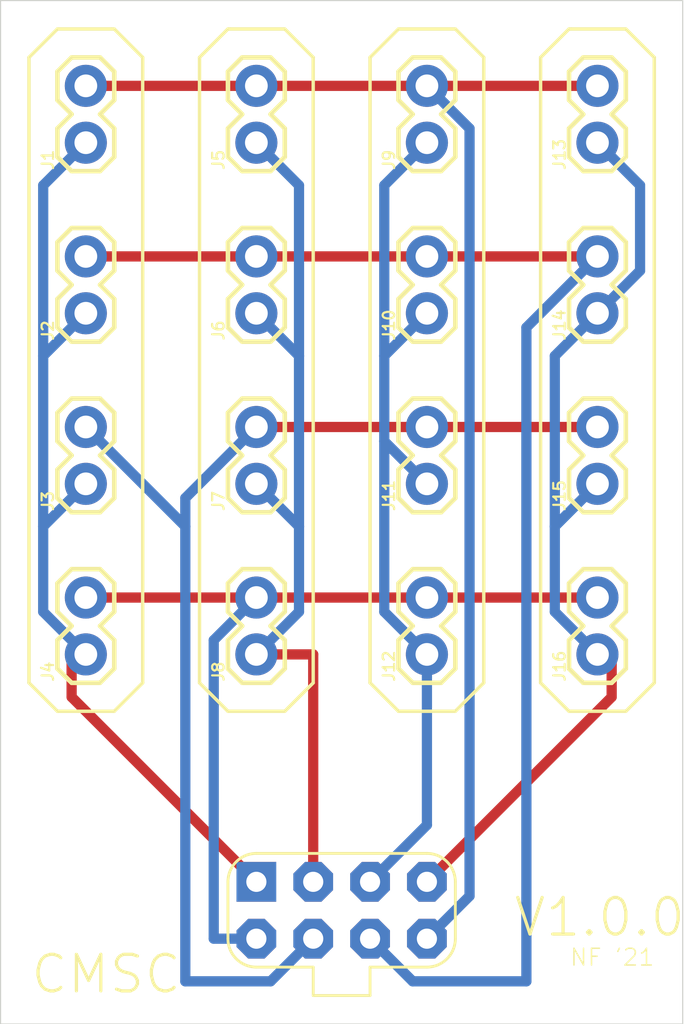
<source format=kicad_pcb>
(kicad_pcb (version 20240108) (generator "pcbnew") (generator_version "8.0")
  (layers (0 "F.Cu" signal) (31 "B.Cu" signal) (34 "B.Paste" user) (35 "F.Paste" user) (36 "B.SilkS" user "B.Silkscreen") (37 "F.SilkS" user "F.Silkscreen") (38 "B.Mask" user) (39 "F.Mask" user) (44 "Edge.Cuts" user))
  (net 0 "")
  (net 1 "N$1")
  (net 2 "N$2")
  (net 3 "N$3")
  (net 4 "N$4")
  (net 5 "PA")
  (net 6 "PB")
  (net 7 "PC")
  (net 8 "PD")
  (footprint "1X02" (layer "F.Cu") (at 137.0711 96.1136 90)
    (property "Reference" "J2" (at -1.27 -1.397 90) (layer "F.SilkS") (effects (font (size 0.512064 0.512064) (thickness 0.097536)) (justify left bottom)))
    (property "Value" "")
    (fp_line (start 3.175 -1.27) (end 3.81 -0.635) (stroke (width 0.2032)) (layer "F.SilkS"))
    (fp_line (start 1.905 -1.27) (end 3.175 -1.27) (stroke (width 0.2032)) (layer "F.SilkS"))
    (fp_line (start 0.635 -1.27) (end 1.27 -0.635) (stroke (width 0.2032)) (layer "F.SilkS"))
    (fp_line (start -0.635 -1.27) (end 0.635 -1.27) (stroke (width 0.2032)) (layer "F.SilkS"))
    (fp_line (start -0.635 -1.27) (end -1.27 -0.635) (stroke (width 0.2032)) (layer "F.SilkS"))
    (fp_line (start 3.81 -0.635) (end 3.81 0.635) (stroke (width 0.2032)) (layer "F.SilkS"))
    (fp_line (start 1.27 -0.635) (end 1.905 -1.27) (stroke (width 0.2032)) (layer "F.SilkS"))
    (fp_line (start -1.27 -0.635) (end -1.27 0.635) (stroke (width 0.2032)) (layer "F.SilkS"))
    (fp_line (start 3.81 0.635) (end 3.175 1.27) (stroke (width 0.2032)) (layer "F.SilkS"))
    (fp_line (start 1.27 0.635) (end 0.635 1.27) (stroke (width 0.2032)) (layer "F.SilkS"))
    (fp_line (start -1.27 0.635) (end -0.635 1.27) (stroke (width 0.2032)) (layer "F.SilkS"))
    (fp_line (start 3.175 1.27) (end 1.905 1.27) (stroke (width 0.2032)) (layer "F.SilkS"))
    (fp_line (start 1.905 1.27) (end 1.27 0.635) (stroke (width 0.2032)) (layer "F.SilkS"))
    (fp_line (start 0.635 1.27) (end -0.635 1.27) (stroke (width 0.2032)) (layer "F.SilkS"))
    (pad "1" thru_hole circle (at 0 0 180) (size 1.8796 1.8796) (drill 1.016) (layers "*.Cu" "*.Mask") (net 1 "N$1"))
    (pad "2" thru_hole circle (at 2.54 0 180) (size 1.8796 1.8796) (drill 1.016) (layers "*.Cu" "*.Mask") (net 7 "PC"))
  )
  (footprint "1X02" (layer "F.Cu") (at 152.3111 111.3536 90)
    (property "Reference" "J12" (at -1.27 -1.397 90) (layer "F.SilkS") (effects (font (size 0.512064 0.512064) (thickness 0.097536)) (justify left bottom)))
    (property "Value" "")
    (fp_line (start 3.175 -1.27) (end 3.81 -0.635) (stroke (width 0.2032)) (layer "F.SilkS"))
    (fp_line (start 1.905 -1.27) (end 3.175 -1.27) (stroke (width 0.2032)) (layer "F.SilkS"))
    (fp_line (start 0.635 -1.27) (end 1.27 -0.635) (stroke (width 0.2032)) (layer "F.SilkS"))
    (fp_line (start -0.635 -1.27) (end 0.635 -1.27) (stroke (width 0.2032)) (layer "F.SilkS"))
    (fp_line (start -0.635 -1.27) (end -1.27 -0.635) (stroke (width 0.2032)) (layer "F.SilkS"))
    (fp_line (start 3.81 -0.635) (end 3.81 0.635) (stroke (width 0.2032)) (layer "F.SilkS"))
    (fp_line (start 1.27 -0.635) (end 1.905 -1.27) (stroke (width 0.2032)) (layer "F.SilkS"))
    (fp_line (start -1.27 -0.635) (end -1.27 0.635) (stroke (width 0.2032)) (layer "F.SilkS"))
    (fp_line (start 3.81 0.635) (end 3.175 1.27) (stroke (width 0.2032)) (layer "F.SilkS"))
    (fp_line (start 1.27 0.635) (end 0.635 1.27) (stroke (width 0.2032)) (layer "F.SilkS"))
    (fp_line (start -1.27 0.635) (end -0.635 1.27) (stroke (width 0.2032)) (layer "F.SilkS"))
    (fp_line (start 3.175 1.27) (end 1.905 1.27) (stroke (width 0.2032)) (layer "F.SilkS"))
    (fp_line (start 1.905 1.27) (end 1.27 0.635) (stroke (width 0.2032)) (layer "F.SilkS"))
    (fp_line (start 0.635 1.27) (end -0.635 1.27) (stroke (width 0.2032)) (layer "F.SilkS"))
    (pad "1" thru_hole circle (at 0 0 180) (size 1.8796 1.8796) (drill 1.016) (layers "*.Cu" "*.Mask") (net 3 "N$3"))
    (pad "2" thru_hole circle (at 2.54 0 180) (size 1.8796 1.8796) (drill 1.016) (layers "*.Cu" "*.Mask") (net 5 "PA"))
  )
  (footprint "1X02" (layer "F.Cu") (at 144.6911 111.3536 90)
    (property "Reference" "J8" (at -1.27 -1.397 90) (layer "F.SilkS") (effects (font (size 0.512064 0.512064) (thickness 0.097536)) (justify left bottom)))
    (property "Value" "")
    (fp_line (start 3.175 -1.27) (end 3.81 -0.635) (stroke (width 0.2032)) (layer "F.SilkS"))
    (fp_line (start 1.905 -1.27) (end 3.175 -1.27) (stroke (width 0.2032)) (layer "F.SilkS"))
    (fp_line (start 0.635 -1.27) (end 1.27 -0.635) (stroke (width 0.2032)) (layer "F.SilkS"))
    (fp_line (start -0.635 -1.27) (end 0.635 -1.27) (stroke (width 0.2032)) (layer "F.SilkS"))
    (fp_line (start -0.635 -1.27) (end -1.27 -0.635) (stroke (width 0.2032)) (layer "F.SilkS"))
    (fp_line (start 3.81 -0.635) (end 3.81 0.635) (stroke (width 0.2032)) (layer "F.SilkS"))
    (fp_line (start 1.27 -0.635) (end 1.905 -1.27) (stroke (width 0.2032)) (layer "F.SilkS"))
    (fp_line (start -1.27 -0.635) (end -1.27 0.635) (stroke (width 0.2032)) (layer "F.SilkS"))
    (fp_line (start 3.81 0.635) (end 3.175 1.27) (stroke (width 0.2032)) (layer "F.SilkS"))
    (fp_line (start 1.27 0.635) (end 0.635 1.27) (stroke (width 0.2032)) (layer "F.SilkS"))
    (fp_line (start -1.27 0.635) (end -0.635 1.27) (stroke (width 0.2032)) (layer "F.SilkS"))
    (fp_line (start 3.175 1.27) (end 1.905 1.27) (stroke (width 0.2032)) (layer "F.SilkS"))
    (fp_line (start 1.905 1.27) (end 1.27 0.635) (stroke (width 0.2032)) (layer "F.SilkS"))
    (fp_line (start 0.635 1.27) (end -0.635 1.27) (stroke (width 0.2032)) (layer "F.SilkS"))
    (pad "1" thru_hole circle (at 0 0 180) (size 1.8796 1.8796) (drill 1.016) (layers "*.Cu" "*.Mask") (net 2 "N$2"))
    (pad "2" thru_hole circle (at 2.54 0 180) (size 1.8796 1.8796) (drill 1.016) (layers "*.Cu" "*.Mask") (net 5 "PA"))
  )
  (footprint "1X02" (layer "F.Cu") (at 152.3111 96.1136 90)
    (property "Reference" "J10" (at -1.27 -1.397 90) (layer "F.SilkS") (effects (font (size 0.512064 0.512064) (thickness 0.097536)) (justify left bottom)))
    (property "Value" "")
    (fp_line (start 3.175 -1.27) (end 3.81 -0.635) (stroke (width 0.2032)) (layer "F.SilkS"))
    (fp_line (start 1.905 -1.27) (end 3.175 -1.27) (stroke (width 0.2032)) (layer "F.SilkS"))
    (fp_line (start 0.635 -1.27) (end 1.27 -0.635) (stroke (width 0.2032)) (layer "F.SilkS"))
    (fp_line (start -0.635 -1.27) (end 0.635 -1.27) (stroke (width 0.2032)) (layer "F.SilkS"))
    (fp_line (start -0.635 -1.27) (end -1.27 -0.635) (stroke (width 0.2032)) (layer "F.SilkS"))
    (fp_line (start 3.81 -0.635) (end 3.81 0.635) (stroke (width 0.2032)) (layer "F.SilkS"))
    (fp_line (start 1.27 -0.635) (end 1.905 -1.27) (stroke (width 0.2032)) (layer "F.SilkS"))
    (fp_line (start -1.27 -0.635) (end -1.27 0.635) (stroke (width 0.2032)) (layer "F.SilkS"))
    (fp_line (start 3.81 0.635) (end 3.175 1.27) (stroke (width 0.2032)) (layer "F.SilkS"))
    (fp_line (start 1.27 0.635) (end 0.635 1.27) (stroke (width 0.2032)) (layer "F.SilkS"))
    (fp_line (start -1.27 0.635) (end -0.635 1.27) (stroke (width 0.2032)) (layer "F.SilkS"))
    (fp_line (start 3.175 1.27) (end 1.905 1.27) (stroke (width 0.2032)) (layer "F.SilkS"))
    (fp_line (start 1.905 1.27) (end 1.27 0.635) (stroke (width 0.2032)) (layer "F.SilkS"))
    (fp_line (start 0.635 1.27) (end -0.635 1.27) (stroke (width 0.2032)) (layer "F.SilkS"))
    (pad "1" thru_hole circle (at 0 0 180) (size 1.8796 1.8796) (drill 1.016) (layers "*.Cu" "*.Mask") (net 3 "N$3"))
    (pad "2" thru_hole circle (at 2.54 0 180) (size 1.8796 1.8796) (drill 1.016) (layers "*.Cu" "*.Mask") (net 7 "PC"))
  )
  (footprint "1X02" (layer "F.Cu") (at 137.0711 88.4936 90)
    (property "Reference" "J1" (at -1.27 -1.397 90) (layer "F.SilkS") (effects (font (size 0.512064 0.512064) (thickness 0.097536)) (justify left bottom)))
    (property "Value" "")
    (fp_line (start 3.175 -1.27) (end 3.81 -0.635) (stroke (width 0.2032)) (layer "F.SilkS"))
    (fp_line (start 1.905 -1.27) (end 3.175 -1.27) (stroke (width 0.2032)) (layer "F.SilkS"))
    (fp_line (start 0.635 -1.27) (end 1.27 -0.635) (stroke (width 0.2032)) (layer "F.SilkS"))
    (fp_line (start -0.635 -1.27) (end 0.635 -1.27) (stroke (width 0.2032)) (layer "F.SilkS"))
    (fp_line (start -0.635 -1.27) (end -1.27 -0.635) (stroke (width 0.2032)) (layer "F.SilkS"))
    (fp_line (start 3.81 -0.635) (end 3.81 0.635) (stroke (width 0.2032)) (layer "F.SilkS"))
    (fp_line (start 1.27 -0.635) (end 1.905 -1.27) (stroke (width 0.2032)) (layer "F.SilkS"))
    (fp_line (start -1.27 -0.635) (end -1.27 0.635) (stroke (width 0.2032)) (layer "F.SilkS"))
    (fp_line (start 3.81 0.635) (end 3.175 1.27) (stroke (width 0.2032)) (layer "F.SilkS"))
    (fp_line (start 1.27 0.635) (end 0.635 1.27) (stroke (width 0.2032)) (layer "F.SilkS"))
    (fp_line (start -1.27 0.635) (end -0.635 1.27) (stroke (width 0.2032)) (layer "F.SilkS"))
    (fp_line (start 3.175 1.27) (end 1.905 1.27) (stroke (width 0.2032)) (layer "F.SilkS"))
    (fp_line (start 1.905 1.27) (end 1.27 0.635) (stroke (width 0.2032)) (layer "F.SilkS"))
    (fp_line (start 0.635 1.27) (end -0.635 1.27) (stroke (width 0.2032)) (layer "F.SilkS"))
    (pad "1" thru_hole circle (at 0 0 180) (size 1.8796 1.8796) (drill 1.016) (layers "*.Cu" "*.Mask") (net 1 "N$1"))
    (pad "2" thru_hole circle (at 2.54 0 180) (size 1.8796 1.8796) (drill 1.016) (layers "*.Cu" "*.Mask") (net 8 "PD"))
  )
  (footprint "1X02" (layer "F.Cu") (at 144.6911 103.7336 90)
    (property "Reference" "J7" (at -1.27 -1.397 90) (layer "F.SilkS") (effects (font (size 0.512064 0.512064) (thickness 0.097536)) (justify left bottom)))
    (property "Value" "")
    (fp_line (start 3.175 -1.27) (end 3.81 -0.635) (stroke (width 0.2032)) (layer "F.SilkS"))
    (fp_line (start 1.905 -1.27) (end 3.175 -1.27) (stroke (width 0.2032)) (layer "F.SilkS"))
    (fp_line (start 0.635 -1.27) (end 1.27 -0.635) (stroke (width 0.2032)) (layer "F.SilkS"))
    (fp_line (start -0.635 -1.27) (end 0.635 -1.27) (stroke (width 0.2032)) (layer "F.SilkS"))
    (fp_line (start -0.635 -1.27) (end -1.27 -0.635) (stroke (width 0.2032)) (layer "F.SilkS"))
    (fp_line (start 3.81 -0.635) (end 3.81 0.635) (stroke (width 0.2032)) (layer "F.SilkS"))
    (fp_line (start 1.27 -0.635) (end 1.905 -1.27) (stroke (width 0.2032)) (layer "F.SilkS"))
    (fp_line (start -1.27 -0.635) (end -1.27 0.635) (stroke (width 0.2032)) (layer "F.SilkS"))
    (fp_line (start 3.81 0.635) (end 3.175 1.27) (stroke (width 0.2032)) (layer "F.SilkS"))
    (fp_line (start 1.27 0.635) (end 0.635 1.27) (stroke (width 0.2032)) (layer "F.SilkS"))
    (fp_line (start -1.27 0.635) (end -0.635 1.27) (stroke (width 0.2032)) (layer "F.SilkS"))
    (fp_line (start 3.175 1.27) (end 1.905 1.27) (stroke (width 0.2032)) (layer "F.SilkS"))
    (fp_line (start 1.905 1.27) (end 1.27 0.635) (stroke (width 0.2032)) (layer "F.SilkS"))
    (fp_line (start 0.635 1.27) (end -0.635 1.27) (stroke (width 0.2032)) (layer "F.SilkS"))
    (pad "1" thru_hole circle (at 0 0 180) (size 1.8796 1.8796) (drill 1.016) (layers "*.Cu" "*.Mask") (net 2 "N$2"))
    (pad "2" thru_hole circle (at 2.54 0 180) (size 1.8796 1.8796) (drill 1.016) (layers "*.Cu" "*.Mask") (net 6 "PB"))
  )
  (footprint "1X02" (layer "F.Cu") (at 159.9311 111.3536 90)
    (property "Reference" "J16" (at -1.27 -1.397 90) (layer "F.SilkS") (effects (font (size 0.512064 0.512064) (thickness 0.097536)) (justify left bottom)))
    (property "Value" "")
    (fp_line (start 3.175 -1.27) (end 3.81 -0.635) (stroke (width 0.2032)) (layer "F.SilkS"))
    (fp_line (start 1.905 -1.27) (end 3.175 -1.27) (stroke (width 0.2032)) (layer "F.SilkS"))
    (fp_line (start 0.635 -1.27) (end 1.27 -0.635) (stroke (width 0.2032)) (layer "F.SilkS"))
    (fp_line (start -0.635 -1.27) (end 0.635 -1.27) (stroke (width 0.2032)) (layer "F.SilkS"))
    (fp_line (start -0.635 -1.27) (end -1.27 -0.635) (stroke (width 0.2032)) (layer "F.SilkS"))
    (fp_line (start 3.81 -0.635) (end 3.81 0.635) (stroke (width 0.2032)) (layer "F.SilkS"))
    (fp_line (start 1.27 -0.635) (end 1.905 -1.27) (stroke (width 0.2032)) (layer "F.SilkS"))
    (fp_line (start -1.27 -0.635) (end -1.27 0.635) (stroke (width 0.2032)) (layer "F.SilkS"))
    (fp_line (start 3.81 0.635) (end 3.175 1.27) (stroke (width 0.2032)) (layer "F.SilkS"))
    (fp_line (start 1.27 0.635) (end 0.635 1.27) (stroke (width 0.2032)) (layer "F.SilkS"))
    (fp_line (start -1.27 0.635) (end -0.635 1.27) (stroke (width 0.2032)) (layer "F.SilkS"))
    (fp_line (start 3.175 1.27) (end 1.905 1.27) (stroke (width 0.2032)) (layer "F.SilkS"))
    (fp_line (start 1.905 1.27) (end 1.27 0.635) (stroke (width 0.2032)) (layer "F.SilkS"))
    (fp_line (start 0.635 1.27) (end -0.635 1.27) (stroke (width 0.2032)) (layer "F.SilkS"))
    (pad "1" thru_hole circle (at 0 0 180) (size 1.8796 1.8796) (drill 1.016) (layers "*.Cu" "*.Mask") (net 4 "N$4"))
    (pad "2" thru_hole circle (at 2.54 0 180) (size 1.8796 1.8796) (drill 1.016) (layers "*.Cu" "*.Mask") (net 5 "PA"))
  )
  (footprint "1X02" (layer "F.Cu") (at 159.9311 88.4936 90)
    (property "Reference" "J13" (at -1.27 -1.397 90) (layer "F.SilkS") (effects (font (size 0.512064 0.512064) (thickness 0.097536)) (justify left bottom)))
    (property "Value" "")
    (fp_line (start 3.175 -1.27) (end 3.81 -0.635) (stroke (width 0.2032)) (layer "F.SilkS"))
    (fp_line (start 1.905 -1.27) (end 3.175 -1.27) (stroke (width 0.2032)) (layer "F.SilkS"))
    (fp_line (start 0.635 -1.27) (end 1.27 -0.635) (stroke (width 0.2032)) (layer "F.SilkS"))
    (fp_line (start -0.635 -1.27) (end 0.635 -1.27) (stroke (width 0.2032)) (layer "F.SilkS"))
    (fp_line (start -0.635 -1.27) (end -1.27 -0.635) (stroke (width 0.2032)) (layer "F.SilkS"))
    (fp_line (start 3.81 -0.635) (end 3.81 0.635) (stroke (width 0.2032)) (layer "F.SilkS"))
    (fp_line (start 1.27 -0.635) (end 1.905 -1.27) (stroke (width 0.2032)) (layer "F.SilkS"))
    (fp_line (start -1.27 -0.635) (end -1.27 0.635) (stroke (width 0.2032)) (layer "F.SilkS"))
    (fp_line (start 3.81 0.635) (end 3.175 1.27) (stroke (width 0.2032)) (layer "F.SilkS"))
    (fp_line (start 1.27 0.635) (end 0.635 1.27) (stroke (width 0.2032)) (layer "F.SilkS"))
    (fp_line (start -1.27 0.635) (end -0.635 1.27) (stroke (width 0.2032)) (layer "F.SilkS"))
    (fp_line (start 3.175 1.27) (end 1.905 1.27) (stroke (width 0.2032)) (layer "F.SilkS"))
    (fp_line (start 1.905 1.27) (end 1.27 0.635) (stroke (width 0.2032)) (layer "F.SilkS"))
    (fp_line (start 0.635 1.27) (end -0.635 1.27) (stroke (width 0.2032)) (layer "F.SilkS"))
    (pad "1" thru_hole circle (at 0 0 180) (size 1.8796 1.8796) (drill 1.016) (layers "*.Cu" "*.Mask") (net 4 "N$4"))
    (pad "2" thru_hole circle (at 2.54 0 180) (size 1.8796 1.8796) (drill 1.016) (layers "*.Cu" "*.Mask") (net 8 "PD"))
  )
  (footprint "1X02" (layer "F.Cu") (at 144.6911 88.4936 90)
    (property "Reference" "J5" (at -1.27 -1.397 90) (layer "F.SilkS") (effects (font (size 0.512064 0.512064) (thickness 0.097536)) (justify left bottom)))
    (property "Value" "")
    (fp_line (start 3.175 -1.27) (end 3.81 -0.635) (stroke (width 0.2032)) (layer "F.SilkS"))
    (fp_line (start 1.905 -1.27) (end 3.175 -1.27) (stroke (width 0.2032)) (layer "F.SilkS"))
    (fp_line (start 0.635 -1.27) (end 1.27 -0.635) (stroke (width 0.2032)) (layer "F.SilkS"))
    (fp_line (start -0.635 -1.27) (end 0.635 -1.27) (stroke (width 0.2032)) (layer "F.SilkS"))
    (fp_line (start -0.635 -1.27) (end -1.27 -0.635) (stroke (width 0.2032)) (layer "F.SilkS"))
    (fp_line (start 3.81 -0.635) (end 3.81 0.635) (stroke (width 0.2032)) (layer "F.SilkS"))
    (fp_line (start 1.27 -0.635) (end 1.905 -1.27) (stroke (width 0.2032)) (layer "F.SilkS"))
    (fp_line (start -1.27 -0.635) (end -1.27 0.635) (stroke (width 0.2032)) (layer "F.SilkS"))
    (fp_line (start 3.81 0.635) (end 3.175 1.27) (stroke (width 0.2032)) (layer "F.SilkS"))
    (fp_line (start 1.27 0.635) (end 0.635 1.27) (stroke (width 0.2032)) (layer "F.SilkS"))
    (fp_line (start -1.27 0.635) (end -0.635 1.27) (stroke (width 0.2032)) (layer "F.SilkS"))
    (fp_line (start 3.175 1.27) (end 1.905 1.27) (stroke (width 0.2032)) (layer "F.SilkS"))
    (fp_line (start 1.905 1.27) (end 1.27 0.635) (stroke (width 0.2032)) (layer "F.SilkS"))
    (fp_line (start 0.635 1.27) (end -0.635 1.27) (stroke (width 0.2032)) (layer "F.SilkS"))
    (pad "1" thru_hole circle (at 0 0 180) (size 1.8796 1.8796) (drill 1.016) (layers "*.Cu" "*.Mask") (net 2 "N$2"))
    (pad "2" thru_hole circle (at 2.54 0 180) (size 1.8796 1.8796) (drill 1.016) (layers "*.Cu" "*.Mask") (net 8 "PD"))
  )
  (footprint "1X02" (layer "F.Cu") (at 152.3111 88.4936 90)
    (property "Reference" "J9" (at -1.27 -1.397 90) (layer "F.SilkS") (effects (font (size 0.512064 0.512064) (thickness 0.097536)) (justify left bottom)))
    (property "Value" "")
    (fp_line (start 3.175 -1.27) (end 3.81 -0.635) (stroke (width 0.2032)) (layer "F.SilkS"))
    (fp_line (start 1.905 -1.27) (end 3.175 -1.27) (stroke (width 0.2032)) (layer "F.SilkS"))
    (fp_line (start 0.635 -1.27) (end 1.27 -0.635) (stroke (width 0.2032)) (layer "F.SilkS"))
    (fp_line (start -0.635 -1.27) (end 0.635 -1.27) (stroke (width 0.2032)) (layer "F.SilkS"))
    (fp_line (start -0.635 -1.27) (end -1.27 -0.635) (stroke (width 0.2032)) (layer "F.SilkS"))
    (fp_line (start 3.81 -0.635) (end 3.81 0.635) (stroke (width 0.2032)) (layer "F.SilkS"))
    (fp_line (start 1.27 -0.635) (end 1.905 -1.27) (stroke (width 0.2032)) (layer "F.SilkS"))
    (fp_line (start -1.27 -0.635) (end -1.27 0.635) (stroke (width 0.2032)) (layer "F.SilkS"))
    (fp_line (start 3.81 0.635) (end 3.175 1.27) (stroke (width 0.2032)) (layer "F.SilkS"))
    (fp_line (start 1.27 0.635) (end 0.635 1.27) (stroke (width 0.2032)) (layer "F.SilkS"))
    (fp_line (start -1.27 0.635) (end -0.635 1.27) (stroke (width 0.2032)) (layer "F.SilkS"))
    (fp_line (start 3.175 1.27) (end 1.905 1.27) (stroke (width 0.2032)) (layer "F.SilkS"))
    (fp_line (start 1.905 1.27) (end 1.27 0.635) (stroke (width 0.2032)) (layer "F.SilkS"))
    (fp_line (start 0.635 1.27) (end -0.635 1.27) (stroke (width 0.2032)) (layer "F.SilkS"))
    (pad "1" thru_hole circle (at 0 0 180) (size 1.8796 1.8796) (drill 1.016) (layers "*.Cu" "*.Mask") (net 3 "N$3"))
    (pad "2" thru_hole circle (at 2.54 0 180) (size 1.8796 1.8796) (drill 1.016) (layers "*.Cu" "*.Mask") (net 8 "PD"))
  )
  (footprint "1X02" (layer "F.Cu") (at 159.9311 103.7336 90)
    (property "Reference" "J15" (at -1.27 -1.397 90) (layer "F.SilkS") (effects (font (size 0.512064 0.512064) (thickness 0.097536)) (justify left bottom)))
    (property "Value" "")
    (fp_line (start 3.175 -1.27) (end 3.81 -0.635) (stroke (width 0.2032)) (layer "F.SilkS"))
    (fp_line (start 1.905 -1.27) (end 3.175 -1.27) (stroke (width 0.2032)) (layer "F.SilkS"))
    (fp_line (start 0.635 -1.27) (end 1.27 -0.635) (stroke (width 0.2032)) (layer "F.SilkS"))
    (fp_line (start -0.635 -1.27) (end 0.635 -1.27) (stroke (width 0.2032)) (layer "F.SilkS"))
    (fp_line (start -0.635 -1.27) (end -1.27 -0.635) (stroke (width 0.2032)) (layer "F.SilkS"))
    (fp_line (start 3.81 -0.635) (end 3.81 0.635) (stroke (width 0.2032)) (layer "F.SilkS"))
    (fp_line (start 1.27 -0.635) (end 1.905 -1.27) (stroke (width 0.2032)) (layer "F.SilkS"))
    (fp_line (start -1.27 -0.635) (end -1.27 0.635) (stroke (width 0.2032)) (layer "F.SilkS"))
    (fp_line (start 3.81 0.635) (end 3.175 1.27) (stroke (width 0.2032)) (layer "F.SilkS"))
    (fp_line (start 1.27 0.635) (end 0.635 1.27) (stroke (width 0.2032)) (layer "F.SilkS"))
    (fp_line (start -1.27 0.635) (end -0.635 1.27) (stroke (width 0.2032)) (layer "F.SilkS"))
    (fp_line (start 3.175 1.27) (end 1.905 1.27) (stroke (width 0.2032)) (layer "F.SilkS"))
    (fp_line (start 1.905 1.27) (end 1.27 0.635) (stroke (width 0.2032)) (layer "F.SilkS"))
    (fp_line (start 0.635 1.27) (end -0.635 1.27) (stroke (width 0.2032)) (layer "F.SilkS"))
    (pad "1" thru_hole circle (at 0 0 180) (size 1.8796 1.8796) (drill 1.016) (layers "*.Cu" "*.Mask") (net 4 "N$4"))
    (pad "2" thru_hole circle (at 2.54 0 180) (size 1.8796 1.8796) (drill 1.016) (layers "*.Cu" "*.Mask") (net 6 "PB"))
  )
  (footprint "1X02" (layer "F.Cu") (at 137.0711 103.7336 90)
    (property "Reference" "J3" (at -1.27 -1.397 90) (layer "F.SilkS") (effects (font (size 0.512064 0.512064) (thickness 0.097536)) (justify left bottom)))
    (property "Value" "")
    (fp_line (start 3.175 -1.27) (end 3.81 -0.635) (stroke (width 0.2032)) (layer "F.SilkS"))
    (fp_line (start 1.905 -1.27) (end 3.175 -1.27) (stroke (width 0.2032)) (layer "F.SilkS"))
    (fp_line (start 0.635 -1.27) (end 1.27 -0.635) (stroke (width 0.2032)) (layer "F.SilkS"))
    (fp_line (start -0.635 -1.27) (end 0.635 -1.27) (stroke (width 0.2032)) (layer "F.SilkS"))
    (fp_line (start -0.635 -1.27) (end -1.27 -0.635) (stroke (width 0.2032)) (layer "F.SilkS"))
    (fp_line (start 3.81 -0.635) (end 3.81 0.635) (stroke (width 0.2032)) (layer "F.SilkS"))
    (fp_line (start 1.27 -0.635) (end 1.905 -1.27) (stroke (width 0.2032)) (layer "F.SilkS"))
    (fp_line (start -1.27 -0.635) (end -1.27 0.635) (stroke (width 0.2032)) (layer "F.SilkS"))
    (fp_line (start 3.81 0.635) (end 3.175 1.27) (stroke (width 0.2032)) (layer "F.SilkS"))
    (fp_line (start 1.27 0.635) (end 0.635 1.27) (stroke (width 0.2032)) (layer "F.SilkS"))
    (fp_line (start -1.27 0.635) (end -0.635 1.27) (stroke (width 0.2032)) (layer "F.SilkS"))
    (fp_line (start 3.175 1.27) (end 1.905 1.27) (stroke (width 0.2032)) (layer "F.SilkS"))
    (fp_line (start 1.905 1.27) (end 1.27 0.635) (stroke (width 0.2032)) (layer "F.SilkS"))
    (fp_line (start 0.635 1.27) (end -0.635 1.27) (stroke (width 0.2032)) (layer "F.SilkS"))
    (pad "1" thru_hole circle (at 0 0 180) (size 1.8796 1.8796) (drill 1.016) (layers "*.Cu" "*.Mask") (net 1 "N$1"))
    (pad "2" thru_hole circle (at 2.54 0 180) (size 1.8796 1.8796) (drill 1.016) (layers "*.Cu" "*.Mask") (net 6 "PB"))
  )
  (footprint "1X02" (layer "F.Cu") (at 159.9311 96.1136 90)
    (property "Reference" "J14" (at -1.27 -1.397 90) (layer "F.SilkS") (effects (font (size 0.512064 0.512064) (thickness 0.097536)) (justify left bottom)))
    (property "Value" "")
    (fp_line (start 3.175 -1.27) (end 3.81 -0.635) (stroke (width 0.2032)) (layer "F.SilkS"))
    (fp_line (start 1.905 -1.27) (end 3.175 -1.27) (stroke (width 0.2032)) (layer "F.SilkS"))
    (fp_line (start 0.635 -1.27) (end 1.27 -0.635) (stroke (width 0.2032)) (layer "F.SilkS"))
    (fp_line (start -0.635 -1.27) (end 0.635 -1.27) (stroke (width 0.2032)) (layer "F.SilkS"))
    (fp_line (start -0.635 -1.27) (end -1.27 -0.635) (stroke (width 0.2032)) (layer "F.SilkS"))
    (fp_line (start 3.81 -0.635) (end 3.81 0.635) (stroke (width 0.2032)) (layer "F.SilkS"))
    (fp_line (start 1.27 -0.635) (end 1.905 -1.27) (stroke (width 0.2032)) (layer "F.SilkS"))
    (fp_line (start -1.27 -0.635) (end -1.27 0.635) (stroke (width 0.2032)) (layer "F.SilkS"))
    (fp_line (start 3.81 0.635) (end 3.175 1.27) (stroke (width 0.2032)) (layer "F.SilkS"))
    (fp_line (start 1.27 0.635) (end 0.635 1.27) (stroke (width 0.2032)) (layer "F.SilkS"))
    (fp_line (start -1.27 0.635) (end -0.635 1.27) (stroke (width 0.2032)) (layer "F.SilkS"))
    (fp_line (start 3.175 1.27) (end 1.905 1.27) (stroke (width 0.2032)) (layer "F.SilkS"))
    (fp_line (start 1.905 1.27) (end 1.27 0.635) (stroke (width 0.2032)) (layer "F.SilkS"))
    (fp_line (start 0.635 1.27) (end -0.635 1.27) (stroke (width 0.2032)) (layer "F.SilkS"))
    (pad "1" thru_hole circle (at 0 0 180) (size 1.8796 1.8796) (drill 1.016) (layers "*.Cu" "*.Mask") (net 4 "N$4"))
    (pad "2" thru_hole circle (at 2.54 0 180) (size 1.8796 1.8796) (drill 1.016) (layers "*.Cu" "*.Mask") (net 7 "PC"))
  )
  (footprint "BUTTON_GRID_HEADER_RIBBON_CONNECTOR" (layer "F.Cu") (at 148.5011 122.7836)
    (property "Reference" "U$1" (hide yes))
    (property "Value" "BUTTON_GRID_HEADER" (hide yes))
    (fp_line (start -5.08 -1.27) (end -5.08 1.27) (stroke (width 0.127)) (layer "F.SilkS"))
    (fp_line (start -3.81 -2.54) (end 3.81 -2.54) (stroke (width 0.127)) (layer "F.SilkS"))
    (fp_line (start -3.81 2.54) (end -1.27 2.54) (stroke (width 0.127)) (layer "F.SilkS"))
    (fp_line (start -1.27 2.54) (end -1.27 3.81) (stroke (width 0.127)) (layer "F.SilkS"))
    (fp_line (start -1.27 3.81) (end 1.27 3.81) (stroke (width 0.127)) (layer "F.SilkS"))
    (fp_line (start 1.27 2.54) (end 3.81 2.54) (stroke (width 0.127)) (layer "F.SilkS"))
    (fp_line (start 1.27 3.81) (end 1.27 2.54) (stroke (width 0.127)) (layer "F.SilkS"))
    (fp_line (start 5.08 -1.27) (end 5.08 1.27) (stroke (width 0.127)) (layer "F.SilkS"))
    (fp_arc (start -5.08 -1.27) (mid -4.708026 -2.168026) (end -3.81 -2.54) (stroke (width 0.127)) (layer "F.SilkS"))
    (fp_arc (start -3.81 2.54) (mid -4.708026 2.168026) (end -5.08 1.27) (stroke (width 0.127)) (layer "F.SilkS"))
    (fp_arc (start 3.81 -2.54) (mid 4.708026 -2.168026) (end 5.08 -1.27) (stroke (width 0.127)) (layer "F.SilkS"))
    (fp_arc (start 5.08 1.27) (mid 4.708026 2.168026) (end 3.81 2.54) (stroke (width 0.127)) (layer "F.SilkS"))
    (pad "P1" thru_hole rect (at -3.81 -1.27) (size 1.778 1.778) (drill 0.9) (layers "*.Cu" "*.Mask") (net 1 "N$1"))
    (pad "P2" thru_hole roundrect (at -1.27 -1.27) (size 1.778 1.778) (drill 0.9) (layers "*.Cu" "*.Mask") (chamfer_ratio 0.2928932188) (chamfer top_left top_right bottom_left bottom_right) (net 2 "N$2"))
    (pad "P3" thru_hole roundrect (at 1.27 -1.27) (size 1.778 1.778) (drill 0.9) (layers "*.Cu" "*.Mask") (chamfer_ratio 0.2928932188) (chamfer top_left top_right bottom_left bottom_right) (net 3 "N$3"))
    (pad "P4" thru_hole roundrect (at 3.81 -1.27) (size 1.778 1.778) (drill 0.9) (layers "*.Cu" "*.Mask") (chamfer_ratio 0.2928932188) (chamfer top_left top_right bottom_left bottom_right) (net 4 "N$4"))
    (pad "PA" thru_hole roundrect (at -3.81 1.27) (size 1.778 1.778) (drill 0.9) (layers "*.Cu" "*.Mask") (chamfer_ratio 0.2928932188) (chamfer top_left top_right bottom_left bottom_right) (net 5 "PA"))
    (pad "PB" thru_hole roundrect (at -1.27 1.27) (size 1.778 1.778) (drill 0.9) (layers "*.Cu" "*.Mask") (chamfer_ratio 0.2928932188) (chamfer top_left top_right bottom_left bottom_right) (net 6 "PB"))
    (pad "PC" thru_hole roundrect (at 1.27 1.27) (size 1.778 1.778) (drill 0.9) (layers "*.Cu" "*.Mask") (chamfer_ratio 0.2928932188) (chamfer top_left top_right bottom_left bottom_right) (net 7 "PC"))
    (pad "PD" thru_hole roundrect (at 3.81 1.27) (size 1.778 1.778) (drill 0.9) (layers "*.Cu" "*.Mask") (chamfer_ratio 0.2928932188) (chamfer top_left top_right bottom_left bottom_right) (net 8 "PD"))
  )
  (footprint "1X02" (layer "F.Cu") (at 152.3111 103.7336 90)
    (property "Reference" "J11" (at -1.27 -1.397 90) (layer "F.SilkS") (effects (font (size 0.512064 0.512064) (thickness 0.097536)) (justify left bottom)))
    (property "Value" "")
    (fp_line (start 3.175 -1.27) (end 3.81 -0.635) (stroke (width 0.2032)) (layer "F.SilkS"))
    (fp_line (start 1.905 -1.27) (end 3.175 -1.27) (stroke (width 0.2032)) (layer "F.SilkS"))
    (fp_line (start 0.635 -1.27) (end 1.27 -0.635) (stroke (width 0.2032)) (layer "F.SilkS"))
    (fp_line (start -0.635 -1.27) (end 0.635 -1.27) (stroke (width 0.2032)) (layer "F.SilkS"))
    (fp_line (start -0.635 -1.27) (end -1.27 -0.635) (stroke (width 0.2032)) (layer "F.SilkS"))
    (fp_line (start 3.81 -0.635) (end 3.81 0.635) (stroke (width 0.2032)) (layer "F.SilkS"))
    (fp_line (start 1.27 -0.635) (end 1.905 -1.27) (stroke (width 0.2032)) (layer "F.SilkS"))
    (fp_line (start -1.27 -0.635) (end -1.27 0.635) (stroke (width 0.2032)) (layer "F.SilkS"))
    (fp_line (start 3.81 0.635) (end 3.175 1.27) (stroke (width 0.2032)) (layer "F.SilkS"))
    (fp_line (start 1.27 0.635) (end 0.635 1.27) (stroke (width 0.2032)) (layer "F.SilkS"))
    (fp_line (start -1.27 0.635) (end -0.635 1.27) (stroke (width 0.2032)) (layer "F.SilkS"))
    (fp_line (start 3.175 1.27) (end 1.905 1.27) (stroke (width 0.2032)) (layer "F.SilkS"))
    (fp_line (start 1.905 1.27) (end 1.27 0.635) (stroke (width 0.2032)) (layer "F.SilkS"))
    (fp_line (start 0.635 1.27) (end -0.635 1.27) (stroke (width 0.2032)) (layer "F.SilkS"))
    (pad "1" thru_hole circle (at 0 0 180) (size 1.8796 1.8796) (drill 1.016) (layers "*.Cu" "*.Mask") (net 3 "N$3"))
    (pad "2" thru_hole circle (at 2.54 0 180) (size 1.8796 1.8796) (drill 1.016) (layers "*.Cu" "*.Mask") (net 6 "PB"))
  )
  (footprint "1X02" (layer "F.Cu") (at 144.6911 96.1136 90)
    (property "Reference" "J6" (at -1.27 -1.397 90) (layer "F.SilkS") (effects (font (size 0.512064 0.512064) (thickness 0.097536)) (justify left bottom)))
    (property "Value" "")
    (fp_line (start 3.175 -1.27) (end 3.81 -0.635) (stroke (width 0.2032)) (layer "F.SilkS"))
    (fp_line (start 1.905 -1.27) (end 3.175 -1.27) (stroke (width 0.2032)) (layer "F.SilkS"))
    (fp_line (start 0.635 -1.27) (end 1.27 -0.635) (stroke (width 0.2032)) (layer "F.SilkS"))
    (fp_line (start -0.635 -1.27) (end 0.635 -1.27) (stroke (width 0.2032)) (layer "F.SilkS"))
    (fp_line (start -0.635 -1.27) (end -1.27 -0.635) (stroke (width 0.2032)) (layer "F.SilkS"))
    (fp_line (start 3.81 -0.635) (end 3.81 0.635) (stroke (width 0.2032)) (layer "F.SilkS"))
    (fp_line (start 1.27 -0.635) (end 1.905 -1.27) (stroke (width 0.2032)) (layer "F.SilkS"))
    (fp_line (start -1.27 -0.635) (end -1.27 0.635) (stroke (width 0.2032)) (layer "F.SilkS"))
    (fp_line (start 3.81 0.635) (end 3.175 1.27) (stroke (width 0.2032)) (layer "F.SilkS"))
    (fp_line (start 1.27 0.635) (end 0.635 1.27) (stroke (width 0.2032)) (layer "F.SilkS"))
    (fp_line (start -1.27 0.635) (end -0.635 1.27) (stroke (width 0.2032)) (layer "F.SilkS"))
    (fp_line (start 3.175 1.27) (end 1.905 1.27) (stroke (width 0.2032)) (layer "F.SilkS"))
    (fp_line (start 1.905 1.27) (end 1.27 0.635) (stroke (width 0.2032)) (layer "F.SilkS"))
    (fp_line (start 0.635 1.27) (end -0.635 1.27) (stroke (width 0.2032)) (layer "F.SilkS"))
    (pad "1" thru_hole circle (at 0 0 180) (size 1.8796 1.8796) (drill 1.016) (layers "*.Cu" "*.Mask") (net 2 "N$2"))
    (pad "2" thru_hole circle (at 2.54 0 180) (size 1.8796 1.8796) (drill 1.016) (layers "*.Cu" "*.Mask") (net 7 "PC"))
  )
  (footprint "1X02" (layer "F.Cu") (at 137.0711 111.3536 90)
    (property "Reference" "J4" (at -1.27 -1.397 90) (layer "F.SilkS") (effects (font (size 0.512064 0.512064) (thickness 0.097536)) (justify left bottom)))
    (property "Value" "")
    (fp_line (start 3.175 -1.27) (end 3.81 -0.635) (stroke (width 0.2032)) (layer "F.SilkS"))
    (fp_line (start 1.905 -1.27) (end 3.175 -1.27) (stroke (width 0.2032)) (layer "F.SilkS"))
    (fp_line (start 0.635 -1.27) (end 1.27 -0.635) (stroke (width 0.2032)) (layer "F.SilkS"))
    (fp_line (start -0.635 -1.27) (end 0.635 -1.27) (stroke (width 0.2032)) (layer "F.SilkS"))
    (fp_line (start -0.635 -1.27) (end -1.27 -0.635) (stroke (width 0.2032)) (layer "F.SilkS"))
    (fp_line (start 3.81 -0.635) (end 3.81 0.635) (stroke (width 0.2032)) (layer "F.SilkS"))
    (fp_line (start 1.27 -0.635) (end 1.905 -1.27) (stroke (width 0.2032)) (layer "F.SilkS"))
    (fp_line (start -1.27 -0.635) (end -1.27 0.635) (stroke (width 0.2032)) (layer "F.SilkS"))
    (fp_line (start 3.81 0.635) (end 3.175 1.27) (stroke (width 0.2032)) (layer "F.SilkS"))
    (fp_line (start 1.27 0.635) (end 0.635 1.27) (stroke (width 0.2032)) (layer "F.SilkS"))
    (fp_line (start -1.27 0.635) (end -0.635 1.27) (stroke (width 0.2032)) (layer "F.SilkS"))
    (fp_line (start 3.175 1.27) (end 1.905 1.27) (stroke (width 0.2032)) (layer "F.SilkS"))
    (fp_line (start 1.905 1.27) (end 1.27 0.635) (stroke (width 0.2032)) (layer "F.SilkS"))
    (fp_line (start 0.635 1.27) (end -0.635 1.27) (stroke (width 0.2032)) (layer "F.SilkS"))
    (pad "1" thru_hole circle (at 0 0 180) (size 1.8796 1.8796) (drill 1.016) (layers "*.Cu" "*.Mask") (net 1 "N$1"))
    (pad "2" thru_hole circle (at 2.54 0 180) (size 1.8796 1.8796) (drill 1.016) (layers "*.Cu" "*.Mask") (net 5 "PA"))
  )
  (gr_line (start 154.8511 84.6836) (end 154.8511 112.6236) (stroke (width 0.1524)) (layer "F.SilkS"))
  (gr_line (start 157.3911 84.6836) (end 158.6611 83.4136) (stroke (width 0.1524)) (layer "F.SilkS"))
  (gr_line (start 139.6111 112.6236) (end 138.3411 113.8936) (stroke (width 0.1524)) (layer "F.SilkS"))
  (gr_line (start 158.6611 113.8936) (end 157.3911 112.6236) (stroke (width 0.1524)) (layer "F.SilkS"))
  (gr_line (start 149.7711 84.6836) (end 151.0411 83.4136) (stroke (width 0.1524)) (layer "F.SilkS"))
  (gr_line (start 153.5811 83.4136) (end 154.8511 84.6836) (stroke (width 0.1524)) (layer "F.SilkS"))
  (gr_line (start 162.4711 112.6236) (end 161.2011 113.8936) (stroke (width 0.1524)) (layer "F.SilkS"))
  (gr_line (start 143.4211 83.4136) (end 145.9611 83.4136) (stroke (width 0.1524)) (layer "F.SilkS"))
  (gr_line (start 145.9611 83.4136) (end 147.2311 84.6836) (stroke (width 0.1524)) (layer "F.SilkS"))
  (gr_line (start 149.7711 112.6236) (end 149.7711 84.6836) (stroke (width 0.1524)) (layer "F.SilkS"))
  (gr_line (start 147.2311 112.6236) (end 145.9611 113.8936) (stroke (width 0.1524)) (layer "F.SilkS"))
  (gr_line (start 135.8011 113.8936) (end 134.5311 112.6236) (stroke (width 0.1524)) (layer "F.SilkS"))
  (gr_line (start 145.9611 113.8936) (end 143.4211 113.8936) (stroke (width 0.1524)) (layer "F.SilkS"))
  (gr_line (start 147.2311 84.6836) (end 147.2311 112.6236) (stroke (width 0.1524)) (layer "F.SilkS"))
  (gr_line (start 157.3911 112.6236) (end 157.3911 84.6836) (stroke (width 0.1524)) (layer "F.SilkS"))
  (gr_line (start 134.5311 112.6236) (end 134.5311 84.6836) (stroke (width 0.1524)) (layer "F.SilkS"))
  (gr_line (start 139.6111 84.6836) (end 139.6111 112.6236) (stroke (width 0.1524)) (layer "F.SilkS"))
  (gr_line (start 151.0411 113.8936) (end 149.7711 112.6236) (stroke (width 0.1524)) (layer "F.SilkS"))
  (gr_line (start 142.1511 112.6236) (end 142.1511 84.6836) (stroke (width 0.1524)) (layer "F.SilkS"))
  (gr_line (start 134.5311 84.6836) (end 135.8011 83.4136) (stroke (width 0.1524)) (layer "F.SilkS"))
  (gr_line (start 143.4211 113.8936) (end 142.1511 112.6236) (stroke (width 0.1524)) (layer "F.SilkS"))
  (gr_line (start 138.3411 113.8936) (end 135.8011 113.8936) (stroke (width 0.1524)) (layer "F.SilkS"))
  (gr_line (start 151.0411 83.4136) (end 153.5811 83.4136) (stroke (width 0.1524)) (layer "F.SilkS"))
  (gr_line (start 142.1511 84.6836) (end 143.4211 83.4136) (stroke (width 0.1524)) (layer "F.SilkS"))
  (gr_line (start 153.5811 113.8936) (end 151.0411 113.8936) (stroke (width 0.1524)) (layer "F.SilkS"))
  (gr_line (start 161.2011 83.4136) (end 162.4711 84.6836) (stroke (width 0.1524)) (layer "F.SilkS"))
  (gr_line (start 154.8511 112.6236) (end 153.5811 113.8936) (stroke (width 0.1524)) (layer "F.SilkS"))
  (gr_line (start 158.6611 83.4136) (end 161.2011 83.4136) (stroke (width 0.1524)) (layer "F.SilkS"))
  (gr_line (start 161.2011 113.8936) (end 158.6611 113.8936) (stroke (width 0.1524)) (layer "F.SilkS"))
  (gr_line (start 138.3411 83.4136) (end 139.6111 84.6836) (stroke (width 0.1524)) (layer "F.SilkS"))
  (gr_line (start 162.4711 84.6836) (end 162.4711 112.6236) (stroke (width 0.1524)) (layer "F.SilkS"))
  (gr_line (start 135.8011 83.4136) (end 138.3411 83.4136) (stroke (width 0.1524)) (layer "F.SilkS"))
  (gr_line (start 133.2611 127.8636) (end 163.7411 127.8636) (stroke (width 0.05)) (layer "Edge.Cuts"))
  (gr_line (start 163.7411 82.1436) (end 133.2611 82.1436) (stroke (width 0.05)) (layer "Edge.Cuts"))
  (gr_line (start 133.2611 82.1436) (end 133.2611 127.8636) (stroke (width 0.05)) (layer "Edge.Cuts"))
  (gr_line (start 163.7411 127.8636) (end 163.7411 82.1436) (stroke (width 0.05)) (layer "Edge.Cuts"))
  (gr_text "CMSC" (at 134.5311 126.5936 0) (layer "F.SilkS") (effects (font (size 1.63576 1.63576) (thickness 0.14224)) (justify left bottom)))
  (gr_text "V1.0.0" (at 156.1211 124.0536 0) (layer "F.SilkS") (effects (font (size 1.63576 1.63576) (thickness 0.14224)) (justify left bottom)))
  (gr_text "NF '21" (at 158.6611 125.3236 0) (layer "F.SilkS") (effects (font (size 0.747776 0.747776) (thickness 0.065024)) (justify left bottom)))
  (segment (start 137.0711 111.3536) (end 136.4361 111.3536) (width 0.4572) (layer "F.Cu") (net 1))
  (segment (start 136.4361 113.2586) (end 144.6911 121.5136) (width 0.4572) (layer "F.Cu") (net 1))
  (segment (start 136.4361 111.3536) (end 136.4361 113.2586) (width 0.4572) (layer "F.Cu") (net 1))
  (segment (start 135.1661 98.0186) (end 137.0711 96.1136) (width 0.4572) (layer "B.Cu") (net 1))
  (segment (start 135.1661 105.6386) (end 135.1661 98.0186) (width 0.4572) (layer "B.Cu") (net 1))
  (segment (start 135.1661 109.4486) (end 135.1661 105.6386) (width 0.4572) (layer "B.Cu") (net 1))
  (segment (start 135.1661 98.0186) (end 135.1661 90.3986) (width 0.4572) (layer "B.Cu") (net 1))
  (segment (start 135.1661 105.6386) (end 137.0711 103.7336) (width 0.4572) (layer "B.Cu") (net 1))
  (segment (start 137.0711 111.3536) (end 135.1661 109.4486) (width 0.4572) (layer "B.Cu") (net 1))
  (segment (start 135.1661 90.3986) (end 137.0711 88.4936) (width 0.4572) (layer "B.Cu") (net 1))
  (segment (start 147.2311 111.3536) (end 147.2311 121.5136) (width 0.4572) (layer "F.Cu") (net 2))
  (segment (start 144.6911 111.3536) (end 147.2311 111.3536) (width 0.4572) (layer "F.Cu") (net 2))
  (segment (start 146.5961 98.0186) (end 146.5961 90.3986) (width 0.4572) (layer "B.Cu") (net 2))
  (segment (start 146.5961 105.6386) (end 146.5961 98.0186) (width 0.4572) (layer "B.Cu") (net 2))
  (segment (start 146.5961 90.3986) (end 144.6911 88.4936) (width 0.4572) (layer "B.Cu") (net 2))
  (segment (start 146.5961 109.4486) (end 146.5961 105.6386) (width 0.4572) (layer "B.Cu") (net 2))
  (segment (start 144.6911 111.3536) (end 146.5961 109.4486) (width 0.4572) (layer "B.Cu") (net 2))
  (segment (start 146.5961 98.0186) (end 144.6911 96.1136) (width 0.4572) (layer "B.Cu") (net 2))
  (segment (start 146.5961 105.6386) (end 144.6911 103.7336) (width 0.4572) (layer "B.Cu") (net 2))
  (segment (start 150.4061 109.4486) (end 152.3111 111.3536) (width 0.4572) (layer "B.Cu") (net 3))
  (segment (start 150.4061 90.3986) (end 152.3111 88.4936) (width 0.4572) (layer "B.Cu") (net 3))
  (segment (start 152.3111 96.1136) (end 150.4061 98.0186) (width 0.4572) (layer "B.Cu") (net 3))
  (segment (start 152.3111 118.9736) (end 149.7711 121.5136) (width 0.4572) (layer "B.Cu") (net 3))
  (segment (start 150.4061 98.0186) (end 150.4061 90.3986) (width 0.4572) (layer "B.Cu") (net 3))
  (segment (start 150.4061 98.0186) (end 150.4061 101.8286) (width 0.4572) (layer "B.Cu") (net 3))
  (segment (start 150.4061 101.8286) (end 150.4061 109.4486) (width 0.4572) (layer "B.Cu") (net 3))
  (segment (start 150.4061 101.8286) (end 152.3111 103.7336) (width 0.4572) (layer "B.Cu") (net 3))
  (segment (start 152.3111 111.3536) (end 152.3111 118.9736) (width 0.4572) (layer "B.Cu") (net 3))
  (segment (start 160.5661 111.3536) (end 160.5661 113.2586) (width 0.4572) (layer "F.Cu") (net 4))
  (segment (start 160.5661 113.2586) (end 152.3111 121.5136) (width 0.4572) (layer "F.Cu") (net 4))
  (segment (start 159.9311 111.3536) (end 160.5661 111.3536) (width 0.4572) (layer "F.Cu") (net 4))
  (segment (start 158.0261 105.6386) (end 158.0261 98.0186) (width 0.4572) (layer "B.Cu") (net 4))
  (segment (start 158.0261 105.6386) (end 159.9311 103.7336) (width 0.4572) (layer "B.Cu") (net 4))
  (segment (start 161.8361 90.3986) (end 159.9311 88.4936) (width 0.4572) (layer "B.Cu") (net 4))
  (segment (start 158.0261 109.4486) (end 158.0261 105.6386) (width 0.4572) (layer "B.Cu") (net 4))
  (segment (start 158.0261 98.0186) (end 159.9311 96.1136) (width 0.4572) (layer "B.Cu") (net 4))
  (segment (start 161.8361 94.2086) (end 161.8361 90.3986) (width 0.4572) (layer "B.Cu") (net 4))
  (segment (start 159.9311 96.1136) (end 161.8361 94.2086) (width 0.4572) (layer "B.Cu") (net 4))
  (segment (start 159.9311 111.3536) (end 158.0261 109.4486) (width 0.4572) (layer "B.Cu") (net 4))
  (segment (start 144.6911 108.8136) (end 152.3111 108.8136) (width 0.4572) (layer "F.Cu") (net 5))
  (segment (start 144.6911 108.8136) (end 137.0711 108.8136) (width 0.4572) (layer "F.Cu") (net 5))
  (segment (start 152.3111 108.8136) (end 159.9311 108.8136) (width 0.4572) (layer "F.Cu") (net 5))
  (segment (start 142.7861 110.7186) (end 142.7861 124.0536) (width 0.4572) (layer "B.Cu") (net 5))
  (segment (start 144.6911 108.8136) (end 142.7861 110.7186) (width 0.4572) (layer "B.Cu") (net 5))
  (segment (start 142.7861 124.0536) (end 144.6911 124.0536) (width 0.4572) (layer "B.Cu") (net 5))
  (segment (start 152.3111 101.1936) (end 159.9311 101.1936) (width 0.4572) (layer "F.Cu") (net 6))
  (segment (start 144.6911 101.1936) (end 152.3111 101.1936) (width 0.4572) (layer "F.Cu") (net 6))
  (segment (start 141.5161 125.9586) (end 145.3261 125.9586) (width 0.4572) (layer "B.Cu") (net 6))
  (segment (start 144.6911 101.1936) (end 141.5161 104.3686) (width 0.4572) (layer "B.Cu") (net 6))
  (segment (start 145.3261 125.9586) (end 147.2311 124.0536) (width 0.4572) (layer "B.Cu") (net 6))
  (segment (start 141.5161 105.6386) (end 137.0711 101.1936) (width 0.4572) (layer "B.Cu") (net 6))
  (segment (start 141.5161 105.6386) (end 141.5161 125.9586) (width 0.4572) (layer "B.Cu") (net 6))
  (segment (start 141.5161 104.3686) (end 141.5161 105.6386) (width 0.4572) (layer "B.Cu") (net 6))
  (segment (start 144.6911 93.5736) (end 152.3111 93.5736) (width 0.4572) (layer "F.Cu") (net 7))
  (segment (start 144.6911 93.5736) (end 137.0711 93.5736) (width 0.4572) (layer "F.Cu") (net 7))
  (segment (start 159.9311 93.5736) (end 152.3111 93.5736) (width 0.4572) (layer "F.Cu") (net 7))
  (segment (start 156.7561 125.9586) (end 151.6761 125.9586) (width 0.4572) (layer "B.Cu") (net 7))
  (segment (start 151.6761 125.9586) (end 149.7711 124.0536) (width 0.4572) (layer "B.Cu") (net 7))
  (segment (start 159.9311 93.5736) (end 156.7561 96.7486) (width 0.4572) (layer "B.Cu") (net 7))
  (segment (start 156.7561 96.7486) (end 156.7561 125.9586) (width 0.4572) (layer "B.Cu") (net 7))
  (segment (start 144.6911 85.9536) (end 137.0711 85.9536) (width 0.4572) (layer "F.Cu") (net 8))
  (segment (start 152.3111 85.9536) (end 144.6911 85.9536) (width 0.4572) (layer "F.Cu") (net 8))
  (segment (start 152.3111 85.9536) (end 159.9311 85.9536) (width 0.4572) (layer "F.Cu") (net 8))
  (segment (start 152.3111 85.9536) (end 154.2161 87.8586) (width 0.4572) (layer "B.Cu") (net 8))
  (segment (start 154.2161 87.8586) (end 154.2161 122.1486) (width 0.4572) (layer "B.Cu") (net 8))
  (segment (start 154.2161 122.1486) (end 152.3111 124.0536) (width 0.4572) (layer "B.Cu") (net 8))
)
</source>
